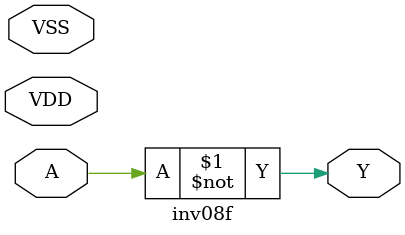
<source format=v>


module inv08f ( Y, VSS, VDD, A );

  input A;
  output Y;
  inout VDD;
  inout VSS;
  assign Y = ~A;
endmodule

</source>
